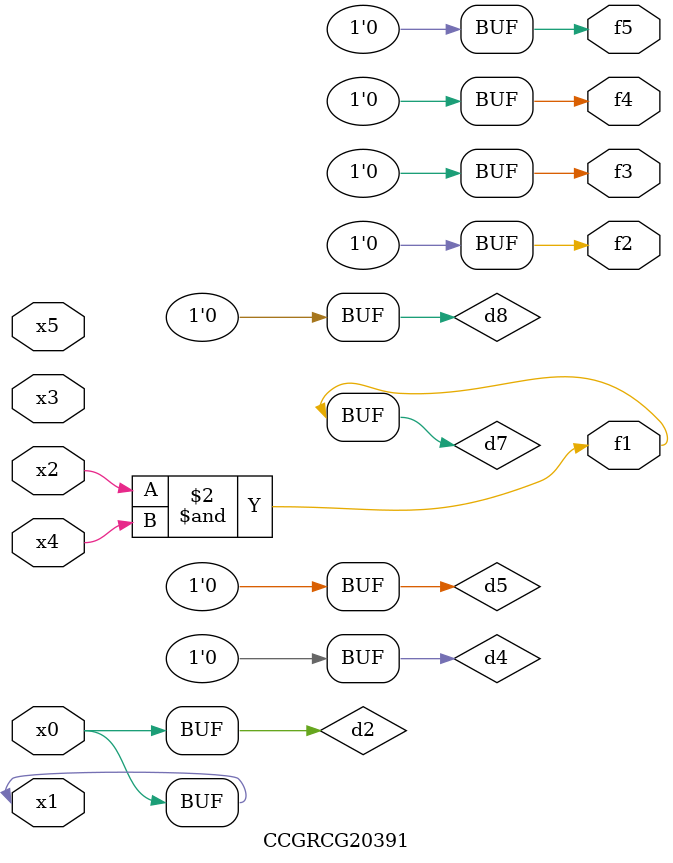
<source format=v>
module CCGRCG20391(
	input x0, x1, x2, x3, x4, x5,
	output f1, f2, f3, f4, f5
);

	wire d1, d2, d3, d4, d5, d6, d7, d8, d9;

	nand (d1, x1);
	buf (d2, x0, x1);
	nand (d3, x2, x4);
	and (d4, d1, d2);
	and (d5, d1, d2);
	nand (d6, d1, d3);
	not (d7, d3);
	xor (d8, d5);
	nor (d9, d5, d6);
	assign f1 = d7;
	assign f2 = d8;
	assign f3 = d8;
	assign f4 = d8;
	assign f5 = d8;
endmodule

</source>
